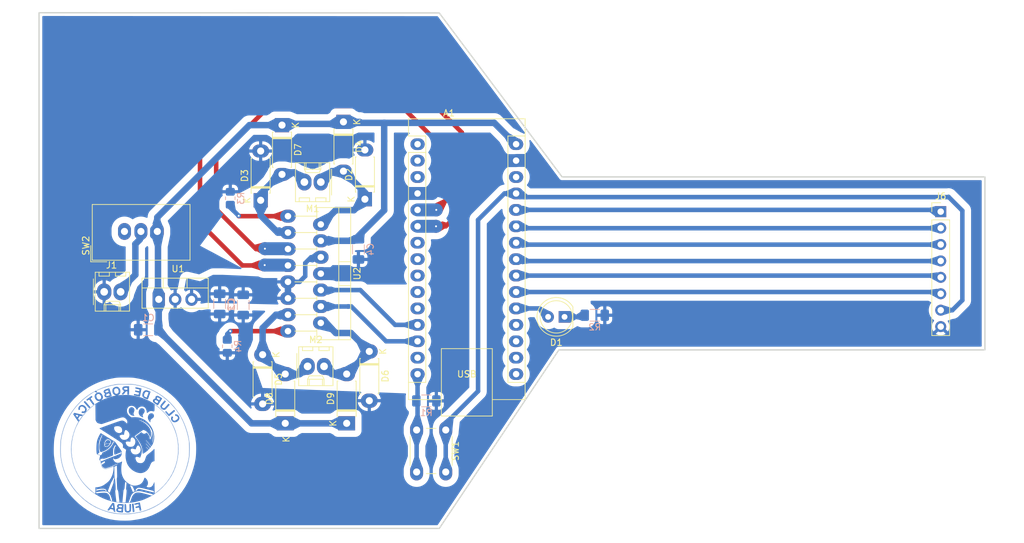
<source format=kicad_pcb>
(kicad_pcb (version 20241229) (generator "pcbnew") (generator_version "9.0")
  (layers (0 "F.Cu" signal) (2 "B.Cu" signal) (13 "F.Paste" user) (15 "B.Paste" user) (5 "F.SilkS" user "F.Silkscreen") (7 "B.SilkS" user "B.Silkscreen") (1 "F.Mask" user) (3 "B.Mask" user) (25 "Edge.Cuts" user))
  (property "git_hash" "Git hash: <3f0c169>")
  (net 0 "")
  (net 1 "VCC")
  (net 2 "GND")
  (net 3 "Salida Regulador")
  (net 4 "Net-(D1-K)")
  (net 5 "Net-(D2-K)")
  (net 6 "Net-(D3-K)")
  (net 7 "Net-(D5-K)")
  (net 8 "Net-(D6-K)")
  (net 9 "Net-(J1-Pin_2)")
  (net 10 "/Sensor4")
  (net 11 "/Sensor5")
  (net 12 "/Sensor3")
  (net 13 "/Sensor2")
  (net 14 "/Sensor1")
  (net 15 "/Sensor6")
  (net 16 "/Boton_encendido")
  (net 17 "Net-(U2-SENSE_A)")
  (net 18 "Net-(U2-SENSE_B)")
  (net 29 "/Motor IZQ Arduino PWM OUTPUT")
  (net 30 "/Motor IZQ Arduino DIG OUTPUT")
  (net 33 "+5V")
  (net 36 "Net-(A1-A1)")
  (net 38 "/Motor DER Arduino DIG OUTPUT")
  (net 39 "/Motor DER Arduino PWM OUTPUT")
  (footprint "Diode_THT:D_DO-41_SOD81_P7.62mm_Horizontal" (layer "F.Cu") (at 109.180738 113.850356 -90)
    (property "Reference" "D5")
    (property "Value" "D")
  )
  (footprint "Button_Switch_THT:SW_PUSH_6mm" (layer "F.Cu") (at 137.5 125.5 -90)
    (property "Reference" "SW1")
    (property "Value" "SW_Push")
  )
  (footprint "Diode_THT:D_DO-41_SOD81_P7.62mm_Horizontal" (layer "F.Cu") (at 121.680738 77.850356 -90)
    (property "Reference" "D4")
    (property "Value" "D")
  )
  (footprint "Connector_Molex:Molex_KK-254_AE-6410-02A_1x02_P2.54mm_Vertical" (layer "F.Cu") (at 84.677973 104.134903)
    (property "Reference" "J1")
    (property "Value" "Battery")
  )
  (footprint "Module:Arduino_Nano" (layer "F.Cu") (at 133.144697 81.302286)
    (property "Reference" "A1")
    (property "Value" "Arduino_Nano_v2.x" (hide yes))
  )
  (footprint "FIUBA_Media:CDR_Logo_20x20.1_Inverted" (layer "F.Cu") (at 88 128.5)
    (property "Reference" "LOGO" (hide yes))
    (property "Value" "CDR FIUBA" (hide yes))
  )
  (footprint "LED_THT:LED_D5.0mm" (layer "F.Cu") (at 155.875761 108.004363 180)
    (property "Reference" "D1")
    (property "Value" "LED")
  )
  (footprint "Diode_THT:D_DO-41_SOD81_P7.62mm_Horizontal" (layer "F.Cu") (at 112.180738 78.350356 -90)
    (property "Reference" "D7")
    (property "Value" "D")
  )
  (footprint "Diode_THT:D_DO-41_SOD81_P7.62mm_Horizontal" (layer "F.Cu") (at 122.180738 124.470356 90)
    (property "Reference" "D9")
    (property "Value" "D")
  )
  (footprint "Package_TO_SOT_THT:TO-220-15_P2.54x5.08mm_StaggerOdd_Lead4.58mm_Vertical" (layer "F.Cu") (at 113.100738 92.432642 -90)
    (property "Reference" "U2")
    (property "Value" "L298N")
  )
  (footprint "Connector_PinHeader_2.54mm:PinHeader_1x08_P2.54mm_Vertical" (layer "F.Cu") (at 214.055 91.732537)
    (property "Reference" "J6")
    (property "Value" "puerto sensores")
  )
  (footprint "Diode_THT:D_DO-41_SOD81_P7.62mm_Horizontal" (layer "F.Cu") (at 108.877974 89.978954 90)
    (property "Reference" "D3")
    (property "Value" "D")
  )
  (footprint "Connector_Molex:Molex_KK-254_AE-6410-02A_1x02_P2.54mm_Vertical" (layer "F.Cu") (at 118.180738 87.160356 180)
    (property "Reference" "M1")
    (property "Value" "Motor_IZQ" (hide yes))
  )
  (footprint "Diode_THT:D_DO-41_SOD81_P7.62mm_Horizontal" (layer "F.Cu") (at 125 89.81 90)
    (property "Reference" "D2")
    (property "Value" "D")
  )
  (footprint "Diode_THT:D_DO-41_SOD81_P7.62mm_Horizontal" (layer "F.Cu") (at 125.680738 113.350356 -90)
    (property "Reference" "D6")
    (property "Value" "D")
  )
  (footprint "Diode_THT:D_DO-41_SOD81_P7.62mm_Horizontal" (layer "F.Cu") (at 112.680738 124.470356 90)
    (property "Reference" "D8")
    (property "Value" "D")
  )
  (footprint "Package_TO_SOT_THT:TO-220-3_Vertical" (layer "F.Cu") (at 93.114014 105.295259)
    (property "Reference" "U1")
    (property "Value" "LM7806_TO220")
  )
  (footprint "Connector_Molex:Molex_KK-254_AE-6410-02A_1x02_P2.54mm_Vertical" (layer "F.Cu") (at 116.140738 115.660356)
    (property "Reference" "M2")
    (property "Value" "Motor_DER" (hide yes))
  )
  (footprint "Converter_DCDC:Converter_DCDC_TRACO_TSR2-xxxx_THT" (layer "F.Cu") (at 87.816211 94.795259 90)
    (property "Reference" "SW2")
    (property "Value" "SW_Nidec_CAS-120A1")
  )
  (footprint "Capacitor_SMD:C_1206_3216Metric_Pad1.33x1.80mm_HandSolder" (layer "B.Cu") (at 124 97.5625 90)
    (property "Reference" "C4")
    (property "Value" "100nF")
  )
  (footprint "Resistor_SMD:R_1206_3216Metric_Pad1.30x1.75mm_HandSolder" (layer "B.Cu") (at 160.549295 107.756759)
    (property "Reference" "R2")
    (property "Value" "330")
  )
  (footprint "Capacitor_SMD:C_1206_3216Metric_Pad1.33x1.80mm_HandSolder" (layer "B.Cu") (at 102.536231 106.001473 90)
    (property "Reference" "C3")
    (property "Value" "100nF")
  )
  (footprint "Resistor_SMD:R_1206_3216Metric_Pad1.30x1.75mm_HandSolder" (layer "B.Cu") (at 134.5 121)
    (property "Reference" "R1")
    (property "Value" "1k")
  )
  (footprint "Resistor_SMD:R_0805_2012Metric_Pad1.20x1.40mm_HandSolder" (layer "B.Cu") (at 103.715633 112.559451 90)
    (property "Reference" "R4")
    (property "Value" "33")
  )
  (footprint "Capacitor_SMD:C_1206_3216Metric_Pad1.33x1.80mm_HandSolder" (layer "B.Cu") (at 91.5 110 180)
    (property "Reference" "C1")
    (property "Value" "1u")
  )
  (footprint "Capacitor_SMD:C_1206_3216Metric_Pad1.33x1.80mm_HandSolder" (layer "B.Cu") (at 106.180738 106.160356 -90)
    (property "Reference" "C2")
    (property "Value" "1u")
  )
  (footprint "Resistor_SMD:R_0805_2012Metric_Pad1.20x1.40mm_HandSolder" (layer "B.Cu") (at 104.180738 89.660356 90)
    (property "Reference" "R3")
    (property "Value" "33")
  )
  (gr_poly (pts (xy 74.604518 60.9696) (xy 136.5 61) (xy 155.5 86.36) (xy 220.892482 86.36) (xy 220.892482 113.115857) (xy 155 113.115857) (xy 136.5 140.7288) (xy 74.604518 140.7288)) (stroke (width 0.2)) (fill no) (layer "Edge.Cuts"))
  (segment (start 148.384697 81.302286) (end 148.302286 81.302286) (width 1) (layer "B.Cu") (net 1))
  (segment (start 128 78) (end 127.981738 78.018262) (width 1) (layer "B.Cu") (net 1))
  (segment (start 93.0625 110.0625) (end 107.470356 124.470356) (width 1) (layer "B.Cu") (net 1))
  (segment (start 121.830382 78) (end 121.680738 77.850356) (width 1) (layer "B.Cu") (net 1))
  (segment (start 123.257358 96.242642) (end 118.180738 96.242642) (width 1) (layer "B.Cu") (net 1))
  (segment (start 107.149644 78.350356) (end 112.180738 78.350356) (width 1) (layer "B.Cu") (net 1))
  (segment (start 121.370738 78.160356) (end 112.370738 78.160356) (width 1) (layer "B.Cu") (net 1))
  (segment (start 145 78) (end 128 78) (width 1) (layer "B.Cu") (net 1))
  (segment (start 127.981738 91.518262) (end 123.257358 96.242642) (width 1) (layer "B.Cu") (net 1))
  (segment (start 107.470356 124.470356) (end 112.680738 124.470356) (width 1) (layer "B.Cu") (net 1))
  (segment (start 148.302286 81.302286) (end 145 78) (width 1) (layer "B.Cu") (net 1))
  (segment (start 93 105.181245) (end 93 94.899048) (width 1) (layer "B.Cu") (net 1))
  (segment (start 121.680738 77.850356) (end 124.207686 77.850356) (width 1) (layer "B.Cu") (net 1))
  (segment (start 93.0625 110) (end 93.0625 110.0625) (width 1) (layer "B.Cu") (net 1))
  (segment (start 93.114014 109.948486) (end 93.0625 110) (width 1) (layer "B.Cu") (net 1))
  (segment (start 127.981738 80.80778) (end 127.981738 91.518262) (width 1) (layer "B.Cu") (net 1))
  (segment (start 92.896211 92.603789) (end 107.149644 78.350356) (width 1) (layer "B.Cu") (net 1))
  (segment (start 127.981738 78.018262) (end 127.981738 80.80778) (width 1) (layer "B.Cu") (net 1))
  (segment (start 93.114014 105.295259) (end 93 105.181245) (width 1) (layer "B.Cu") (net 1))
  (segment (start 128 78) (end 121.830382 78) (width 1) (layer "B.Cu") (net 1))
  (segment (start 93.114014 105.295259) (end 93.114014 109.948486) (width 1) (layer "B.Cu") (net 1))
  (segment (start 93 94.899048) (end 92.896211 94.795259) (width 1) (layer "B.Cu") (net 1))
  (segment (start 112.680738 124.470356) (end 122.180738 124.470356) (width 1) (layer "B.Cu") (net 1))
  (segment (start 92.280738 94.462286) (end 92.280738 95.4) (width 1) (layer "B.Cu") (net 1))
  (segment (start 92.280738 95.4) (end 92.436041 95.555303) (width 1) (layer "B.Cu") (net 1))
  (segment (start 92.896211 94.795259) (end 92.896211 92.603789) (width 1) (layer "B.Cu") (net 1))
  (segment (start 112.370738 78.160356) (end 112.180738 78.350356) (width 1) (layer "B.Cu") (net 1))
  (segment (start 121.680738 77.850356) (end 121.370738 78.160356) (width 1) (layer "B.Cu") (net 1))
  (segment (start 149.993697 83.810263) (end 148.541205 83.810263) (width 2) (layer "B.Cu") (net 2))
  (segment (start 140.455897 83.842286) (end 135.375897 88.922286) (width 2) (layer "B.Cu") (net 2))
  (segment (start 118.180738 101.322642) (end 121.680738 101.322642) (width 2) (layer "B.Cu") (net 2))
  (segment (start 135.375897 88.922286) (end 131.528777 88.922286) (width 2) (layer "B.Cu") (net 2))
  (segment (start 148.384697 83.842286) (end 140.455897 83.842286) (width 2) (layer "B.Cu") (net 2))
  (segment (start 113.100738 105.132642) (end 112.846738 104.878642) (width 0.7) (layer "B.Cu") (net 3))
  (segment (start 114.890328 102.592642) (end 113.100738 102.592642) (width 0.7) (layer "B.Cu") (net 3))
  (segment (start 115.773172 101.709798) (end 114.890328 102.592642) (width 0.7) (layer "B.Cu") (net 3))
  (segment (start 115.773172 99.690208) (end 116.680738 98.782642) (width 0.7) (layer "B.Cu") (net 3))
  (segment (start 118.180738 98.782642) (end 118.558452 99.160356) (width 0.7) (layer "B.Cu") (net 3))
  (segment (start 113.100738 105.132642) (end 113.100738 102.592642) (width 1) (layer "B.Cu") (net 3))
  (segment (start 116.680738 98.782642) (end 118.180738 98.782642) (width 0.7) (layer "B.Cu") (net 3))
  (segment (start 115.773172 101.709798) (end 115.773172 99.690208) (width 0.7) (layer "B.Cu") (net 3))
  (segment (start 158.751691 108.004363) (end 158.999295 107.756759) (width 0.7) (layer "B.Cu") (net 4))
  (segment (start 155.875761 108.004363) (end 158.751691 108.004363) (width 0.7) (layer "B.Cu") (net 4))
  (segment (start 121.680738 85.470356) (end 119.870738 85.470356) (width 1) (layer "B.Cu") (net 5))
  (segment (start 118.180738 93.702642) (end 118.297358 93.702642) (width 1) (layer "B.Cu") (net 5))
  (segment (start 118.241738 87.099356) (end 118.241738 87.160356) (width 1) (layer "B.Cu") (net 5))
  (segment (start 125 89.81) (end 125 88.789618) (width 1) (layer "B.Cu") (net 5))
  (segment (start 119.870738 85.470356) (end 118.241738 87.099356) (width 1) (layer "B.Cu") (net 5))
  (segment (start 120.5 91.5) (end 123.31 91.5) (width 1) (layer "B.Cu") (net 5))
  (segment (start 118.297358 93.702642) (end 120.5 91.5) (width 1) (layer "B.Cu") (net 5))
  (segment (start 125.029644 89.780356) (end 125.029644 88.970356) (width 1) (layer "B.Cu") (net 5))
  (segment (start 125 88.789618) (end 121.680738 85.470356) (width 1) (layer "B.Cu") (net 5))
  (segment (start 123.31 91.5) (end 125.029644 89.780356) (width 1) (layer "B.Cu") (net 5))
  (segment (start 108.877974 92.326164) (end 111.524452 94.972642) (width 1) (layer "B.Cu") (net 6))
  (segment (start 112.180738 85.660356) (end 108.877974 88.96312) (width 1) (layer "B.Cu") (net 6))
  (segment (start 114.140738 85.660356) (end 112.180738 85.660356) (width 1) (layer "B.Cu") (net 6))
  (segment (start 108.877974 88.96312) (end 108.877974 92.326164) (width 1) (layer "B.Cu") (net 6))
  (segment (start 111.524452 94.972642) (end 113.100738 94.972642) (width 1) (layer "B.Cu") (net 6))
  (segment (start 115.640738 87.160356) (end 114.140738 85.660356) (width 1) (layer "B.Cu") (net 6))
  (segment (start 112.680738 116.850356) (end 114.950738 116.850356) (width 1) (layer "B.Cu") (net 7))
  (segment (start 109.180738 113.660356) (end 109.180738 109.739809) (width 1) (layer "B.Cu") (net 7))
  (segment (start 116.079738 115.721356) (end 116.079738 115.660356) (width 1) (layer "B.Cu") (net 7))
  (segment (start 109.180738 109.739809) (end 111.247905 107.672642) (width 1) (layer "B.Cu") (net 7))
  (segment (start 112.180738 116.850356) (end 112.180738 116.660356) (width 1) (layer "B.Cu") (net 7))
  (segment (start 112.180738 116.850356) (end 109.180738 113.850356) (width 1) (layer "B.Cu") (net 7))
  (segment (start 114.950738 116.850356) (end 116.079738 115.721356) (width 1) (layer "B.Cu") (net 7))
  (segment (start 112.680738 116.850356) (end 112.180738 116.850356) (width 1) (layer "B.Cu") (net 7))
  (segment (start 111.247905 107.672642) (end 113.100738 107.672642) (width 1) (layer "B.Cu") (net 7))
  (segment (start 120.5 110.5) (end 122.830382 110.5) (width 1) (layer "B.Cu") (net 8))
  (segment (start 125.680738 113.350356) (end 122.180738 116.850356) (width 1) (layer "B.Cu") (net 8))
  (segment (start 122.180738 116.850356) (end 119.870738 116.850356) (width 1) (layer "B.Cu") (net 8))
  (segment (start 118.942642 108.942642) (end 120.5 110.5) (width 1) (layer "B.Cu") (net 8))
  (segment (start 118.180738 108.942642) (end 118.942642 108.942642) (width 1) (layer "B.Cu") (net 8))
  (segment (start 119.870738 116.850356) (end 118.680738 115.660356) (width 1) (layer "B.Cu") (net 8))
  (segment (start 122.830382 110.5) (end 125.680738 113.350356) (width 1) (layer "B.Cu") (net 8))
  (segment (start 87.217973 104.134903) (end 87.217973 103.782027) (width 1) (layer "B.Cu") (net 9))
  (segment (start 90.167211 96.069075) (end 90.167211 94.984259) (width 1) (layer "B.Cu") (net 9))
  (segment (start 87.217973 103.782027) (end 89.5 101.5) (width 1) (layer "B.Cu") (net 9))
  (segment (start 89.5 101.5) (end 89.5 96.736286) (width 1) (layer "B.Cu") (net 9))
  (segment (start 89.5 96.736286) (end 90.167211 96.069075) (width 1) (layer "B.Cu") (net 9))
  (segment (start 90.167211 94.984259) (end 90.356211 94.795259) (width 1) (layer "B.Cu") (net 9))
  (segment (start 148.384697 99.082286) (end 148.677234 99.374823) (width 0.7) (layer "B.Cu") (net 10))
  (segment (start 148.677234 99.374823) (end 214.032714 99.374823) (width 0.7) (layer "B.Cu") (net 10))
  (segment (start 214.032714 99.374823) (end 214.055 99.352537) (width 0.7) (layer "B.Cu") (net 10))
  (segment (start 148.384697 101.622286) (end 213.784749 101.622286) (width 0.7) (layer "B.Cu") (net 11))
  (segment (start 213.784749 101.622286) (end 214.055 101.892537) (width 0.7) (layer "B.Cu") (net 11))
  (segment (start 214.055 101.892537) (end 213.762463 101.6) (width 0.7) (layer "B.Cu") (net 11))
  (segment (start 214.032714 96.834823) (end 214.055 96.812537) (width 0.7) (layer "B.Cu") (net 12))
  (segment (start 148.677234 96.834823) (end 214.032714 96.834823) (width 0.7) (layer "B.Cu") (net 12))
  (segment (start 148.384697 96.542286) (end 148.677234 96.834823) (width 0.7) (layer "B.Cu") (net 12))
  (segment (start 148.384697 94.002286) (end 148.677234 94.294823) (width 0.7) (layer "B.Cu") (net 13))
  (segment (start 214.032714 94.294823) (end 214.055 94.272537) (width 0.7) (layer "B.Cu") (net 13))
  (segment (start 148.677234 94.294823) (end 214.032714 94.294823) (width 0.7) (layer "B.Cu") (net 13))
  (segment (start 213.762463 91.44) (end 214.055 91.732537) (width 0.7) (layer "B.Cu") (net 14))
  (segment (start 214.055 91.732537) (end 213.784749 91.462286) (width 0.7) (layer "B.Cu") (net 14))
  (segment (start 213.784749 91.462286) (end 148.384697 91.462286) (width 0.7) (layer "B.Cu") (net 14))
  (segment (start 213.787537 92) (end 214.055 91.732537) (width 0.7) (layer "B.Cu") (net 14))
  (segment (start 214.055 104.432537) (end 213.762463 104.14) (width 0.7) (layer "B.Cu") (net 15))
  (segment (start 148.384697 104.162286) (end 213.784749 104.162286) (width 0.7) (layer "B.Cu") (net 15))
  (segment (start 213.784749 104.162286) (end 214.055 104.432537) (width 0.7) (layer "B.Cu") (net 15))
  (segment (start 133.144697 125.355303) (end 133 125.5) (width 0.7) (layer "B.Cu") (net 16))
  (segment (start 133 125.5) (end 133 132) (width 0.7) (layer "B.Cu") (net 16))
  (segment (start 133.144697 116.862286) (end 133.144697 125.355303) (width 0.7) (layer "B.Cu") (net 16))
  (segment (start 105.480738 92.432642) (end 113.100738 92.432642) (width 0.7) (layer "F.Cu") (net 17))
  (via (at 105.480738 92.377642) (size 0.6) (drill 0.3) (layers "F.Cu" "B.Cu") (net 17))
  (segment (start 104.180738 91.077642) (end 105.480738 92.377642) (width 0.7) (layer "B.Cu") (net 17))
  (segment (start 105.480738 92.377642) (end 105.463452 92.377642) (width 0.7) (layer "B.Cu") (net 17))
  (segment (start 104.180738 90.660356) (end 104.180738 91.077642) (width 0.7) (layer "B.Cu") (net 17))
  (segment (start 104.180738 110.212642) (end 112.865435 110.212642) (width 0.7) (layer "F.Cu") (net 18))
  (via (at 104.180738 110.212642) (size 0.6) (drill 0.3) (layers "F.Cu" "B.Cu") (net 18))
  (segment (start 103.715633 111.559451) (end 103.715633 110.677747) (width 0.7) (layer "B.Cu") (net 18))
  (segment (start 103.715633 110.677747) (end 104.180738 110.212642) (width 0.7) (layer "B.Cu") (net 18))
  (segment (start 99.5 81) (end 99.5 93.5) (width 0.7) (layer "F.Cu") (net 29))
  (segment (start 140 91.5) (end 140 79.5) (width 0.7) (layer "F.Cu") (net 29))
  (segment (start 137.5 94) (end 140 91.5) (width 0.7) (layer "F.Cu") (net 29))
  (segment (start 108 72.5) (end 99.5 81) (width 0.7) (layer "F.Cu") (net 29))
  (segment (start 106.052642 100.052642) (end 109.447358 100.052642) (width 0.7) (layer "F.Cu") (net 29))
  (segment (start 99.5 93.5) (end 106.052642 100.052642) (width 0.7) (layer "F.Cu") (net 29))
  (segment (start 109.447358 100.052642) (end 109.5 100) (width 0.7) (layer "F.Cu") (net 29))
  (segment (start 136 94) (end 137.5 94) (width 0.7) (layer "F.Cu") (net 29))
  (segment (start 133 72.5) (end 108 72.5) (width 0.7) (layer "F.Cu") (net 29))
  (segment (start 140 79.5) (end 133 72.5) (width 0.7) (layer "F.Cu") (net 29))
  (via (at 136 94) (size 2) (drill 0.3) (layers "F.Cu" "B.Cu") (net 29))
  (via (at 109.5 100) (size 2) (drill 0.3) (layers "F.Cu" "B.Cu") (net 29))
  (segment (start 109.5 100) (end 113.048096 100) (width 2) (layer "B.Cu") (net 29))
  (segment (start 136 94) (end 133.146983 94) (width 2) (layer "B.Cu") (net 29))
  (segment (start 133.146983 94) (end 133.144697 94.002286) (width 0.7) (layer "B.Cu") (net 29))
  (segment (start 113.048096 100) (end 113.100738 100.052642) (width 0.7) (layer "B.Cu") (net 29))
  (segment (start 137.5 90) (end 137.5 82.274194) (width 0.7) (layer "F.Cu") (net 30))
  (segment (start 102 83.629094) (end 102 91.357481) (width 0.7) (layer "F.Cu") (net 30))
  (segment (start 110.229738 75.399356) (end 102 83.629094) (width 0.7) (layer "F.Cu") (net 30))
  (segment (start 136.037714 91.462286) (end 137.5 90) (width 0.7) (layer "F.Cu") (net 30))
  (segment (start 102 91.357481) (end 108.155161 97.512642) (width 0.7) (layer "F.Cu") (net 30))
  (segment (start 109.487358 97.512642) (end 109.537714 97.462286) (width 0.7) (layer "F.Cu") (net 30))
  (segment (start 130.625162 75.399356) (end 110.229738 75.399356) (width 0.7) (layer "F.Cu") (net 30))
  (segment (start 108.155161 97.512642) (end 109.487358 97.512642) (width 0.7) (layer "F.Cu") (net 30))
  (segment (start 137.5 82.274194) (end 130.625162 75.399356) (width 0.7) (layer "F.Cu") (net 30))
  (via (at 136.037714 91.462286) (size 2) (drill 0.3) (layers "F.Cu" "B.Cu") (net 30))
  (via (at 109.537714 97.462286) (size 2) (drill 0.3) (layers "F.Cu" "B.Cu") (net 30))
  (segment (start 136.037714 91.462286) (end 133.144697 91.462286) (width 2) (layer "B.Cu") (net 30))
  (segment (start 109.537714 97.462286) (end 113.050382 97.462286) (width 2) (layer "B.Cu") (net 30))
  (segment (start 113.050382 97.462286) (end 113.100738 97.512642) (width 0.7) (layer "B.Cu") (net 30))
  (segment (start 215.274434 89.458877) (end 217.400378 91.584821) (width 0.7) (layer "B.Cu") (net 33))
  (segment (start 217.400378 91.584821) (end 217.400378 105.427159) (width 0.7) (layer "B.Cu") (net 33))
  (segment (start 148.384697 88.922286) (end 148.943574 89.481163) (width 0.7) (layer "B.Cu") (net 33))
  (segment (start 148.384697 88.922286) (end 146.584697 88.922286) (width 0.7) (layer "B.Cu") (net 33))
  (segment (start 142.5 93.006983) (end 142.5 119.5) (width 0.7) (layer "B.Cu") (net 33))
  (segment (start 146.584697 88.922286) (end 142.5 93.006983) (width 0.7) (layer "B.Cu") (net 33))
  (segment (start 137.5 124.5) (end 137.5 125.5) (width 0.7) (layer "B.Cu") (net 33))
  (segment (start 215.855 106.972537) (end 214.055 106.972537) (width 0.7) (layer "B.Cu") (net 33))
  (segment (start 148.943574 89.481163) (end 215.252148 89.481163) (width 0.7) (layer "B.Cu") (net 33))
  (segment (start 142.5 119.5) (end 137.5 124.5) (width 0.7) (layer "B.Cu") (net 33))
  (segment (start 217.400378 105.427159) (end 215.855 106.972537) (width 0.7) (layer "B.Cu") (net 33))
  (segment (start 215.252148 89.481163) (end 215.274434 89.458877) (width 0.7) (layer "B.Cu") (net 33))
  (segment (start 137.5 125.5) (end 137.5 132) (width 0.7) (layer "B.Cu") (net 33))
  (segment (start 152.869884 107.538486) (end 153.010546 107.538486) (width 0.7) (layer "B.Cu") (net 36))
  (segment (start 152.033684 106.702286) (end 152.869884 107.538486) (width 0.7) (layer "B.Cu") (net 36))
  (segment (start 148.384697 106.702286) (end 152.033684 106.702286) (width 0.7) (layer "B.Cu") (net 36))
  (segment (start 124.290484 103.862642) (end 129.670128 109.242286) (width 0.7) (layer "B.Cu") (net 38))
  (segment (start 129.670128 109.242286) (end 133.144697 109.242286) (width 0.7) (layer "B.Cu") (net 38))
  (segment (start 118.180738 103.862642) (end 124.290484 103.862642) (width 0.7) (layer "B.Cu") (net 38))
  (segment (start 122.399261 106.402642) (end 122.403557 106.398346) (width 0.7) (layer "B.Cu") (net 39))
  (segment (start 122.403557 106.398346) (end 122.898346 106.398346) (width 0.7) (layer "B.Cu") (net 39))
  (segment (start 122.898346 106.398346) (end 128.282286 111.782286) (width 0.7) (layer "B.Cu") (net 39))
  (segment (start 118.180738 106.402642) (end 122.399261 106.402642) (width 0.7) (layer "B.Cu") (net 39))
  (segment (start 128.282286 111.782286) (end 133.144697 111.782286) (width 0.7) (layer "B.Cu") (net 39))
  (zone (net 0) (net_name "") (layer "B.Cu") (connect_pads (clearance 0)) (min_thickness 0.25)
    (keepout (tracks allowed) (vias allowed) (pads allowed) (copperpour not_allowed) (footprints allowed))
    (fill (thermal_gap 0.5) (thermal_bridge_width 0.5))
    (polygon (pts (xy 99.5 97) (xy 105.511775 88.920455) (xy 108.152168 87.542232) (xy 107 101)))
  )
  (zone (net 0) (net_name "") (layer "B.Cu") (connect_pads (clearance 0)) (min_thickness 0.25)
    (keepout (tracks allowed) (vias allowed) (pads allowed) (copperpour not_allowed) (footprints allowed))
    (fill (thermal_gap 0.5) (thermal_bridge_width 0.5))
    (polygon (pts (xy 153.5 104.5) (xy 152.5 106) (xy 160 106.5) (xy 159.822231 105)))
  )
  (zone (net 0) (net_name "") (layer "B.Cu") (connect_pads (clearance 0)) (min_thickness 0.25)
    (keepout (tracks allowed) (vias allowed) (pads allowed) (copperpour not_allowed) (footprints allowed))
    (fill (thermal_gap 0.5) (thermal_bridge_width 0.5))
    (polygon (pts (xy 119.880738 100) (xy 119.880738 98) (xy 122.800738 97.794189) (xy 122.680738 100.005343)))
  )
  (zone (net 0) (net_name "") (layer "B.Cu") (connect_pads (clearance 0)) (min_thickness 0.25)
    (keepout (tracks allowed) (vias allowed) (pads allowed) (copperpour not_allowed) (footprints allowed))
    (fill (thermal_gap 0.5) (thermal_bridge_width 0.5))
    (polygon (pts (xy 107.9 115.34) (xy 125 108) (xy 125 103) (xy 132.5 103) (xy 132.05 119.87) (xy 109.180738 119)))
  )
  (zone (net 0) (net_name "") (layer "B.Cu") (connect_pads (clearance 0)) (min_thickness 0.25)
    (keepout (tracks allowed) (vias allowed) (pads allowed) (copperpour not_allowed) (footprints allowed))
    (fill (thermal_gap 0.5) (thermal_bridge_width 0.5))
    (polygon (pts (xy 123.461067 83) (xy 125.461067 83) (xy 125.461067 84.239644) (xy 122.5 83.6)))
  )
  (zone (net 2) (net_name "GND") (layer "B.Cu") (connect_pads (clearance 0.5)) (min_thickness 0.25) (fill yes (thermal_gap 0.5) (thermal_bridge_width 0.5))
    (polygon (pts (xy 73 59) (xy 222 59.5) (xy 222.5 143) (xy 73 143)))
  )
  (zone (net 3) (net_name "Salida Regulador") (layer "B.Cu") (priority 1) (connect_pads (clearance 0)) (min_thickness 0.25) (fill yes (thermal_gap 0.5) (thermal_bridge_width 0.5))
    (polygon (pts (xy 114 102) (xy 103 101.5) (xy 101.5 101.5) (xy 99.5 102.5) (xy 97.396211 102) (xy 96.5 106.5) (xy 100.530738 105.829915) (xy 114.291038 106.160356)))
  )
)
</source>
